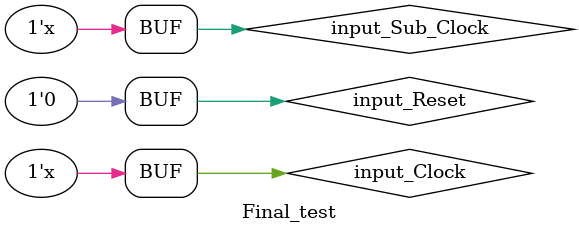
<source format=v>
`timescale 1ns / 1ps


module Final_test;

	// Inputs
	reg input_Clock;
	reg input_Sub_Clock;
	reg input_Reset;

	// Outputs
	wire [13:0] output_Display;
	wire [7:0] inst;
	wire [7:0] reg1;
	wire [7:0] reg2;
	wire [7:0] reg3;
	wire [7:0] reg4;

	// Instantiate the Unit Under Test (UUT)
	Final uut (
		.input_Clock(input_Clock), 
		.input_Sub_Clock(input_Sub_Clock),
		.input_Reset(input_Reset), 
		.output_Display(output_Display),
		.inst(inst),
		.reg1(reg1),
		.reg2(reg2),
		.reg3(reg3),
		.reg4(reg4)
	);

	initial begin
		// Initialize Inputs
		input_Sub_Clock = 0;
		input_Clock = 0; input_Reset = 0; #3;
		input_Reset = 1; #4;
		input_Reset = 0; #3;
	end
	
	always #10 begin
		input_Clock = ~input_Clock;
		#2;
		input_Sub_Clock = input_Clock;
	end
      
endmodule


</source>
